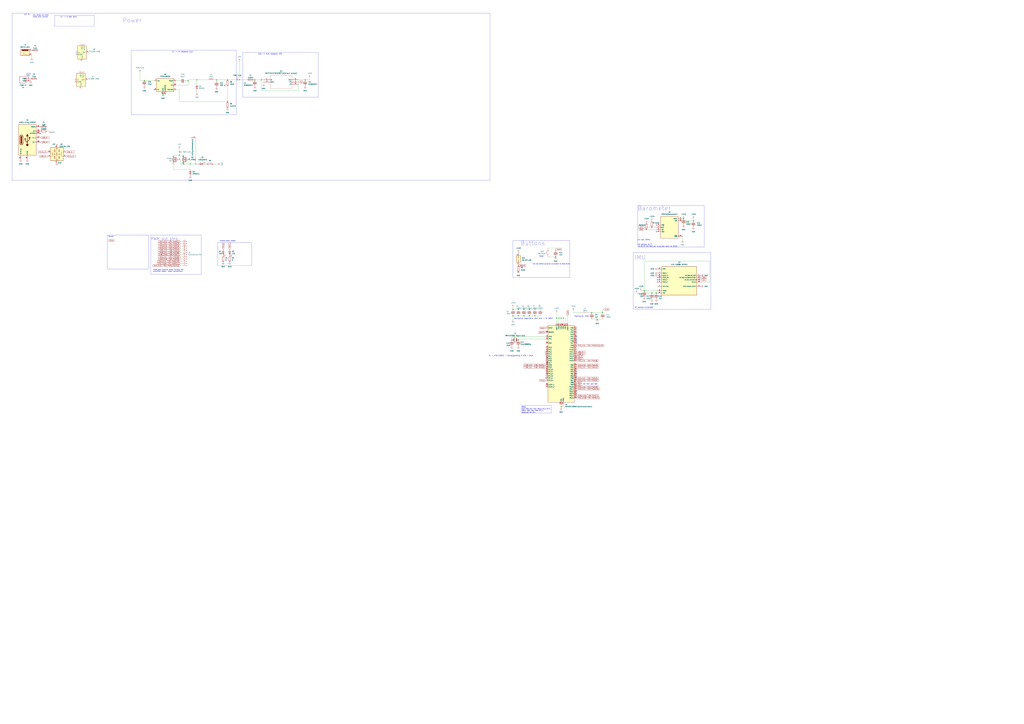
<source format=kicad_sch>
(kicad_sch (version 20230121) (generator eeschema)
  (paper "A0")
  (junction (at 687.07 363.22))
  (junction (at 227.33 190.5))
  (junction (at 648.97 369.57))
  (junction (at 167.64 93.98))
  (junction (at 251.46 92.71))
  (junction (at 750.57 266.7))
  (junction (at 264.16 118.11))
  (junction (at 793.75 254))
  (junction (at 805.18 256.54))
  (junction (at 354.33 92.71))
  (junction (at 614.68 359.41))
  (junction (at 208.28 180.34))
  (junction (at 645.16 298.45))
  (junction (at 762 340.36))
  (junction (at 651.51 472.44))
  (junction (at 693.42 370.84))
  (junction (at 191.77 109.22))
  (junction (at 595.63 359.41))
  (junction (at 748.03 337.82))
  (junction (at 595.63 367.03))
  (junction (at 654.05 369.57))
  (junction (at 303.53 92.71))
  (junction (at 218.44 93.98))
  (junction (at 601.98 367.03))
  (junction (at 189.23 109.22))
  (junction (at 601.98 359.41))
  (junction (at 278.13 92.71))
  (junction (at 213.36 190.5))
  (junction (at 228.6 92.71))
  (junction (at 264.16 92.71))
  (junction (at 621.03 367.03))
  (junction (at 608.33 359.41))
  (junction (at 646.43 369.57))
  (junction (at 614.68 367.03))
  (junction (at 601.98 394.97))
  (junction (at 220.98 190.5))
  (junction (at 295.91 92.71))
  (junction (at 608.33 367.03))
  (junction (at 756.92 340.36))
  (junction (at 208.28 176.53))
  (junction (at 621.03 359.41))
  (junction (at 756.92 264.16))
  (junction (at 275.59 92.71))
  (junction (at 699.77 363.22))
  (junction (at 651.51 369.57))
  (junction (at 594.36 394.97))
  (no_connect (at 46.99 154.94))
  (no_connect (at 669.29 396.24))
  (no_connect (at 669.29 436.88))
  (no_connect (at 762 269.24))
  (no_connect (at 669.29 431.8))
  (no_connect (at 763.27 322.58))
  (no_connect (at 633.73 408.94))
  (no_connect (at 179.07 104.14))
  (no_connect (at 763.27 327.66))
  (no_connect (at 762 261.62))
  (no_connect (at 669.29 393.7))
  (no_connect (at 669.29 457.2))
  (no_connect (at 669.29 398.78))
  (no_connect (at 633.73 411.48))
  (no_connect (at 633.73 439.42))
  (no_connect (at 669.29 391.16))
  (no_connect (at 669.29 454.66))
  (no_connect (at 669.29 434.34))
  (no_connect (at 763.27 325.12))
  (wire (pts (xy 654.05 369.57) (xy 656.59 369.57)))
  (wire (pts (xy 264.16 92.71) (xy 275.59 92.71)))
  (wire (pts (xy 651.51 469.9) (xy 651.51 472.44)))
  (wire (pts (xy 227.33 190.5) (xy 229.87 190.5)))
  (wire (pts (xy 237.49 190.5) (xy 240.03 190.5)))
  (wire (pts (xy 189.23 109.22) (xy 189.23 107.95)))
  (wire (pts (xy 654.05 469.9) (xy 654.05 472.44)))
  (wire (pts (xy 762 264.16) (xy 756.92 264.16)))
  (wire (pts (xy 793.75 254) (xy 792.48 254)))
  (wire (pts (xy 636.27 288.29) (xy 645.16 288.29)))
  (wire (pts (xy 162.56 83.82) (xy 162.56 93.98)))
  (wire (pts (xy 218.44 99.06) (xy 204.47 99.06)))
  (wire (pts (xy 701.04 359.41) (xy 699.77 359.41)))
  (wire (pts (xy 278.13 92.71) (xy 287.02 92.71)))
  (wire (pts (xy 209.55 185.42) (xy 209.55 190.5)))
  (wire (pts (xy 278.13 71.12) (xy 278.13 92.71)))
  (wire (pts (xy 687.07 363.22) (xy 699.77 363.22)))
  (wire (pts (xy 66.04 170.18) (xy 66.04 168.91)))
  (wire (pts (xy 251.46 93.98) (xy 251.46 92.71)))
  (wire (pts (xy 601.98 393.7) (xy 601.98 394.97)))
  (wire (pts (xy 220.98 185.42) (xy 220.98 190.5)))
  (wire (pts (xy 208.28 176.53) (xy 208.28 180.34)))
  (wire (pts (xy 601.98 367.03) (xy 608.33 367.03)))
  (wire (pts (xy 756.92 264.16) (xy 748.03 264.16)))
  (wire (pts (xy 633.73 393.7) (xy 601.98 393.7)))
  (wire (pts (xy 209.55 190.5) (xy 213.36 190.5)))
  (wire (pts (xy 212.09 306.07) (xy 209.55 306.07)))
  (wire (pts (xy 241.3 92.71) (xy 228.6 92.71)))
  (wire (pts (xy 201.93 180.34) (xy 208.28 180.34)))
  (wire (pts (xy 792.48 274.32) (xy 792.48 279.4)))
  (wire (pts (xy 748.03 303.53) (xy 824.23 303.53)))
  (wire (pts (xy 275.59 92.71) (xy 278.13 92.71)))
  (wire (pts (xy 665.48 363.22) (xy 675.64 363.22)))
  (wire (pts (xy 654.05 369.57) (xy 654.05 375.92)))
  (wire (pts (xy 218.44 93.98) (xy 218.44 99.06)))
  (wire (pts (xy 264.16 100.33) (xy 264.16 118.11)))
  (wire (pts (xy 744.22 337.82) (xy 748.03 337.82)))
  (wire (pts (xy 693.42 370.84) (xy 699.77 370.84)))
  (wire (pts (xy 212.09 288.29) (xy 209.55 288.29)))
  (wire (pts (xy 646.43 369.57) (xy 646.43 375.92)))
  (wire (pts (xy 354.33 92.71) (xy 359.41 92.71)))
  (wire (pts (xy 659.13 367.03) (xy 659.13 375.92)))
  (wire (pts (xy 633.73 391.16) (xy 594.36 391.16)))
  (wire (pts (xy 651.51 369.57) (xy 651.51 375.92)))
  (wire (pts (xy 201.93 190.5) (xy 201.93 196.85)))
  (wire (pts (xy 748.03 266.7) (xy 750.57 266.7)))
  (wire (pts (xy 208.28 104.14) (xy 204.47 104.14)))
  (wire (pts (xy 805.18 254) (xy 805.18 256.54)))
  (wire (pts (xy 651.51 369.57) (xy 654.05 369.57)))
  (wire (pts (xy 750.57 266.7) (xy 762 266.7)))
  (wire (pts (xy 646.43 363.22) (xy 646.43 369.57)))
  (wire (pts (xy 212.09 295.91) (xy 209.55 295.91)))
  (wire (pts (xy 264.16 92.71) (xy 251.46 92.71)))
  (wire (pts (xy 36.83 63.5) (xy 36.83 67.31)))
  (wire (pts (xy 215.9 93.98) (xy 218.44 93.98)))
  (wire (pts (xy 208.28 93.98) (xy 204.47 93.98)))
  (wire (pts (xy 247.65 190.5) (xy 252.73 190.5)))
  (wire (pts (xy 748.03 337.82) (xy 748.03 303.53)))
  (wire (pts (xy 212.09 308.61) (xy 209.55 308.61)))
  (wire (pts (xy 651.51 472.44) (xy 651.51 473.71)))
  (wire (pts (xy 228.6 97.79) (xy 228.6 92.71)))
  (wire (pts (xy 645.16 288.29) (xy 645.16 290.83)))
  (wire (pts (xy 303.53 105.41) (xy 346.71 105.41)))
  (wire (pts (xy 621.03 359.41) (xy 627.38 359.41)))
  (wire (pts (xy 346.71 92.71) (xy 354.33 92.71)))
  (wire (pts (xy 212.09 303.53) (xy 209.55 303.53)))
  (wire (pts (xy 208.28 172.72) (xy 208.28 176.53)))
  (wire (pts (xy 212.09 280.67) (xy 209.55 280.67)))
  (wire (pts (xy 614.68 359.41) (xy 621.03 359.41)))
  (wire (pts (xy 167.64 93.98) (xy 179.07 93.98)))
  (wire (pts (xy 601.98 359.41) (xy 608.33 359.41)))
  (wire (pts (xy 220.98 190.5) (xy 227.33 190.5)))
  (wire (pts (xy 824.23 303.53) (xy 824.23 327.66)))
  (wire (pts (xy 665.48 360.68) (xy 665.48 363.22)))
  (wire (pts (xy 295.91 92.71) (xy 303.53 92.71)))
  (wire (pts (xy 648.97 369.57) (xy 648.97 375.92)))
  (wire (pts (xy 594.36 391.16) (xy 594.36 394.97)))
  (wire (pts (xy 654.05 472.44) (xy 651.51 472.44)))
  (wire (pts (xy 251.46 92.71) (xy 248.92 92.71)))
  (wire (pts (xy 208.28 104.14) (xy 208.28 118.11)))
  (wire (pts (xy 303.53 92.71) (xy 306.07 92.71)))
  (wire (pts (xy 303.53 92.71) (xy 303.53 105.41)))
  (wire (pts (xy 614.68 367.03) (xy 621.03 367.03)))
  (wire (pts (xy 762 340.36) (xy 763.27 340.36)))
  (wire (pts (xy 212.09 285.75) (xy 209.55 285.75)))
  (wire (pts (xy 608.33 359.41) (xy 614.68 359.41)))
  (wire (pts (xy 201.93 196.85) (xy 220.98 196.85)))
  (wire (pts (xy 346.71 105.41) (xy 346.71 97.79)))
  (wire (pts (xy 687.07 370.84) (xy 693.42 370.84)))
  (wire (pts (xy 595.63 356.87) (xy 595.63 359.41)))
  (wire (pts (xy 212.09 298.45) (xy 209.55 298.45)))
  (wire (pts (xy 212.09 300.99) (xy 209.55 300.99)))
  (wire (pts (xy 212.09 290.83) (xy 209.55 290.83)))
  (wire (pts (xy 213.36 190.5) (xy 220.98 190.5)))
  (wire (pts (xy 601.98 316.23) (xy 601.98 314.96)))
  (wire (pts (xy 227.33 160.02) (xy 227.33 190.5)))
  (wire (pts (xy 824.23 327.66) (xy 814.07 327.66)))
  (wire (pts (xy 167.64 92.71) (xy 167.64 93.98)))
  (wire (pts (xy 208.28 118.11) (xy 264.16 118.11)))
  (wire (pts (xy 621.03 367.03) (xy 627.38 367.03)))
  (wire (pts (xy 687.07 363.22) (xy 683.26 363.22)))
  (wire (pts (xy 212.09 293.37) (xy 209.55 293.37)))
  (wire (pts (xy 656.59 369.57) (xy 656.59 375.92)))
  (wire (pts (xy 739.14 340.36) (xy 756.92 340.36)))
  (wire (pts (xy 595.63 372.11) (xy 595.63 367.03)))
  (wire (pts (xy 306.07 95.25) (xy 306.07 97.79)))
  (wire (pts (xy 228.6 92.71) (xy 218.44 92.71)))
  (wire (pts (xy 218.44 92.71) (xy 218.44 93.98)))
  (wire (pts (xy 601.98 359.41) (xy 595.63 359.41)))
  (wire (pts (xy 208.28 180.34) (xy 213.36 180.34)))
  (wire (pts (xy 792.48 256.54) (xy 805.18 256.54)))
  (wire (pts (xy 162.56 93.98) (xy 167.64 93.98)))
  (wire (pts (xy 228.6 107.95) (xy 228.6 105.41)))
  (wire (pts (xy 648.97 369.57) (xy 651.51 369.57)))
  (wire (pts (xy 646.43 369.57) (xy 648.97 369.57)))
  (wire (pts (xy 359.41 92.71) (xy 359.41 90.17)))
  (wire (pts (xy 58.42 152.4) (xy 54.61 152.4)))
  (wire (pts (xy 212.09 283.21) (xy 209.55 283.21)))
  (wire (pts (xy 191.77 109.22) (xy 189.23 109.22)))
  (wire (pts (xy 601.98 367.03) (xy 595.63 367.03)))
  (wire (pts (xy 699.77 359.41) (xy 699.77 363.22)))
  (wire (pts (xy 756.92 340.36) (xy 762 340.36)))
  (wire (pts (xy 636.27 298.45) (xy 645.16 298.45)))
  (wire (pts (xy 748.03 337.82) (xy 763.27 337.82)))
  (wire (pts (xy 294.64 92.71) (xy 295.91 92.71)))
  (wire (pts (xy 191.77 107.95) (xy 191.77 109.22)))
  (wire (pts (xy 608.33 367.03) (xy 614.68 367.03)))
  (rectangle (start 252.73 281.94) (end 292.1 308.61))
  (rectangle (start 152.4 58.42) (end 274.32 133.35))
  (rectangle (start 281.94 60.96) (end 369.57 113.03))
  (rectangle (start 13.97 15.24) (end 568.96 209.55))
  (rectangle (start 605.79 471.17) (end 640.08 480.06))
  (rectangle (start 124.46 273.05) (end 172.72 312.42))
  (rectangle (start 595.63 279.4) (end 661.67 322.58))
  (rectangle (start 63.5 17.78) (end 109.22 30.48))
  (rectangle (start 740.41 238.76) (end 817.88 287.02))
  (rectangle (start 175.26 273.05) (end 233.68 318.77))
  (rectangle (start 735.33 293.37) (end 825.5 359.41))
  (text "any amps we need\namps and 12volts " (at 38.1 20.32 0) (effects (font (size 1.27 1.27)) (justify left bottom)))
  (text "PWM out pins. " (at 175.26 279.4 0) (effects (font (size 3 3)) (justify left bottom)))
  (text "12 -> 5v stepdown buck \n" (at 199.39 60.96 0) (effects (font (size 1.27 1.27)) (justify left bottom)))
  (text "filtering for VDDA\n" (at 666.75 368.3 0) (effects (font (size 1.27 1.27)) (justify left bottom)))
  (text "enable boot loader\n" (at 255.27 280.67 0) (effects (font (size 1.27 1.27)) (justify left bottom)))
  (text "I2C adress: b1101000" (at 736.6 358.14 0) (effects (font (size 1.27 1.27)) (justify left bottom)))
  (text "Buttons" (at 604.52 285.75 0) (effects (font (size 5 5)) (justify left bottom)))
  (text "12 -> 5 step down\n" (at 69.85 20.32 0) (effects (font (size 1.27 1.27)) (justify left bottom)))
  (text "\n22.2V \nGND\n" (at 30.48 88.9 0) (effects (font (size 1.27 1.27)) (justify left bottom)))
  (text "IMU\n" (at 736.6 302.26 0) (effects (font (size 5 5)) (justify left bottom)))
  (text "Power\n" (at 142.24 26.67 0) (effects (font (size 5 5)) (justify left bottom)))
  (text "CL = 2*(CL(20pF) - Cstray(guessing 3 pF)) = 34pF\n" (at 567.69 414.02 0) (effects (font (size 1.27 1.27)) (justify left bottom)))
  (text "Buzzer\n" (at 125.73 275.59 0) (effects (font (size 1.27 1.27)) (justify left bottom)))
  (text "12v in. \n" (at 27.94 17.78 0) (effects (font (size 1.27 1.27)) (justify left bottom)))
  (text "Note:" (at 605.79 473.71 0) (effects (font (size 1.27 1.27)) (justify left bottom)))
  (text "i2C SCK and SDA" (at 676.91 447.04 0) (effects (font (size 1.27 1.27)) (justify left bottom)))
  (text "Decoupling Capacitors: 10uF bulk + 5x 100nF\n" (at 596.9 370.84 0) (effects (font (size 1.27 1.27)) (justify left bottom)))
  (text "Reset\n" (at 626.11 298.45 0) (effects (font (size 1.27 1.27)) (justify left bottom)))
  (text "5.5V -> 3.3v stepdown LDO\n" (at 299.72 63.5 0) (effects (font (size 1.27 1.27)) (justify left bottom)))
  (text "Note that channel order follows the \nArduPilot motor  order conventions" (at 177.8 316.23 0) (effects (font (size 1.27 1.27)) (justify left bottom)))
  (text "nrst has internal pullup so we pulldown to reset device\n" (at 618.49 307.34 0) (effects (font (size 1 1)) (justify left bottom)))
  (text "Barometer" (at 740.41 245.11 0) (effects (font (size 5 5)) (justify left bottom)))
  (text "I2C adress: 0x77\n 0x76 (if the SDO pin is pulled-down to GND)." (at 740.41 287.02 0) (effects (font (size 1.27 1.27)) (justify left bottom)))
  (text "clk max 10Mhz\n" (at 740.41 279.4 0) (effects (font (size 1.27 1.27)) (justify left bottom)))
  (text "PA5 PA6 PA7 PA4 PB13 PC2 PC3 \nPB12 PB3 PB4 PB5 PC14 \nreserved for SPI" (at 605.79 480.06 0) (effects (font (size 1.27 1.27)) (justify left bottom)))
  (global_label "TIM8_CH4  TIM8 PWM(6)" (shape input) (at 633.73 426.72 180) (property "Intersheetrefs" "${INTERSHEET_REFS}" (effects hide)))
  (global_label "BOOT0" (shape input) (at 633.73 386.08 180) (property "Intersheetrefs" "${INTERSHEET_REFS}" (effects hide)))
  (global_label "PC15" (shape input) (at 633.73 441.96 180) (property "Intersheetrefs" "${INTERSHEET_REFS}" (effects hide)))
  (global_label "TIM3_CH4  TIM3 PWM(4)" (shape input) (at 669.29 426.72 0) (property "Intersheetrefs" "${INTERSHEET_REFS}" (effects hide)))
  (global_label "TIM8_CH3  TIM8 PWM(5)" (shape input) (at 209.55 290.83 180) (property "Intersheetrefs" "${INTERSHEET_REFS}" (effects hide)))
  (global_label "TIM1_CH1  TIM1 PWM(12)(LED)" (shape input) (at 209.55 308.61 180) (property "Intersheetrefs" "${INTERSHEET_REFS}" (effects hide)))
  (global_label "TIM4_CH2  TIM4 PWM(1)" (shape input) (at 669.29 441.96 0) (property "Intersheetrefs" "${INTERSHEET_REFS}" (effects hide)))
  (global_label "USB_D+" (shape input) (at 55.88 181.61 180) (property "Intersheetrefs" "${INTERSHEET_REFS}" (effects hide)))
  (global_label "SCK" (shape input) (at 748.03 264.16 180) (property "Intersheetrefs" "${INTERSHEET_REFS}" (effects hide)))
  (global_label "3.3A" (shape input) (at 659.13 367.03 90) (property "Intersheetrefs" "${INTERSHEET_REFS}" (effects hide)))
  (global_label "USB_D-" (shape input) (at 669.29 408.94 0) (property "Intersheetrefs" "${INTERSHEET_REFS}" (effects hide)))
  (global_label "TIM3_CH4  TIM3 PWM(4)" (shape input) (at 209.55 288.29 180) (property "Intersheetrefs" "${INTERSHEET_REFS}" (effects hide)))
  (global_label "TIM3_CH3  TIM3 PWM(3)" (shape input) (at 669.29 424.18 0) (property "Intersheetrefs" "${INTERSHEET_REFS}" (effects hide)))
  (global_label "micro_D-" (shape input) (at 76.2 181.61 0) (property "Intersheetrefs" "${INTERSHEET_REFS}" (effects hide)))
  (global_label "TIM2_CH3  TIM2 PWM(9)" (shape input) (at 669.29 449.58 0) (property "Intersheetrefs" "${INTERSHEET_REFS}" (effects hide)))
  (global_label "TIM2_CH1  TIM2 PWM(8)" (shape input) (at 209.55 298.45 180) (property "Intersheetrefs" "${INTERSHEET_REFS}" (effects hide)))
  (global_label "TIM1_CH3N TIM1 PWM(11)" (shape input) (at 209.55 306.07 180) (property "Intersheetrefs" "${INTERSHEET_REFS}" (effects hide)))
  (global_label "USB_D+" (shape input) (at 669.29 411.48 0) (property "Intersheetrefs" "${INTERSHEET_REFS}" (effects hide)))
  (global_label "TIM4_CH2  TIM4 PWM(1)" (shape input) (at 209.55 280.67 180) (property "Intersheetrefs" "${INTERSHEET_REFS}" (effects hide)))
  (global_label "USB_D-" (shape input) (at 76.2 176.53 0) (property "Intersheetrefs" "${INTERSHEET_REFS}" (effects hide)))
  (global_label "TIM4_CH1  TIM4 PWM(2)" (shape input) (at 669.29 439.42 0) (property "Intersheetrefs" "${INTERSHEET_REFS}" (effects hide)))
  (global_label "TIM8_CH2N TIM8 PWM(7)" (shape input) (at 209.55 295.91 180) (property "Intersheetrefs" "${INTERSHEET_REFS}" (effects hide)))
  (global_label "TIM2_CH3  TIM2 PWM(9)" (shape input) (at 209.55 300.99 180) (property "Intersheetrefs" "${INTERSHEET_REFS}" (effects hide)))
  (global_label "USB_D-" (shape input) (at 46.99 160.02 0) (property "Intersheetrefs" "${INTERSHEET_REFS}" (effects hide)))
  (global_label "TIM1_CH3N TIM1 PWM(11)" (shape input) (at 669.29 462.28 0) (property "Intersheetrefs" "${INTERSHEET_REFS}" (effects hide)))
  (global_label "3.3A" (shape input) (at 701.04 359.41 0) (property "Intersheetrefs" "${INTERSHEET_REFS}" (effects hide)))
  (global_label "TIM8_CH3  TIM8 PWM(5)" (shape input) (at 633.73 424.18 180) (property "Intersheetrefs" "${INTERSHEET_REFS}" (effects hide)))
  (global_label "SCK" (shape input) (at 669.29 444.5 0) (property "Intersheetrefs" "${INTERSHEET_REFS}" (effects hide)))
  (global_label "BOOT0" (shape input) (at 601.98 308.61 0) (property "Intersheetrefs" "${INTERSHEET_REFS}" (effects hide)))
  (global_label "USB_D+" (shape input) (at 46.99 165.1 0) (property "Intersheetrefs" "${INTERSHEET_REFS}" (effects hide)))
  (global_label "PA13" (shape input) (at 259.08 289.56 90) (property "Intersheetrefs" "${INTERSHEET_REFS}" (effects hide)))
  (global_label "TIM8_CH2N TIM8 PWM(7)" (shape input) (at 669.29 459.74 0) (property "Intersheetrefs" "${INTERSHEET_REFS}" (effects hide)))
  (global_label "TIM8_CH4  TIM8 PWM(6)" (shape input) (at 209.55 293.37 180) (property "Intersheetrefs" "${INTERSHEET_REFS}" (effects hide)))
  (global_label "SDA" (shape input) (at 669.29 447.04 0) (property "Intersheetrefs" "${INTERSHEET_REFS}" (effects hide)))
  (global_label "PA14" (shape input) (at 266.7 289.56 90) (property "Intersheetrefs" "${INTERSHEET_REFS}" (effects hide)))
  (global_label "SDA" (shape input) (at 814.07 322.58 0) (property "Intersheetrefs" "${INTERSHEET_REFS}" (effects hide)))
  (global_label "SDA" (shape input) (at 748.03 266.7 180) (property "Intersheetrefs" "${INTERSHEET_REFS}" (effects hide)))
  (global_label "PC15" (shape input) (at 133.35 279.4 180) (property "Intersheetrefs" "${INTERSHEET_REFS}" (effects hide)))
  (global_label "micro_D+" (shape input) (at 55.88 176.53 180) (property "Intersheetrefs" "${INTERSHEET_REFS}" (effects hide)))
  (global_label "PG" (shape input) (at 346.71 95.25 0) (property "Intersheetrefs" "${INTERSHEET_REFS}" (effects hide)))
  (global_label "TIM3_CH3  TIM3 PWM(3)" (shape input) (at 209.55 285.75 180) (property "Intersheetrefs" "${INTERSHEET_REFS}" (effects hide)))
  (global_label "TIM4_CH1  TIM4 PWM(2)" (shape input) (at 209.55 283.21 180) (property "Intersheetrefs" "${INTERSHEET_REFS}" (effects hide)))
  (global_label "reset" (shape input) (at 645.16 289.56 0) (property "Intersheetrefs" "${INTERSHEET_REFS}" (effects hide)))
  (global_label "PA13" (shape input) (at 669.29 414.02 0) (property "Intersheetrefs" "${INTERSHEET_REFS}" (effects hide)))
  (global_label "PA14" (shape input) (at 669.29 416.56 0) (property "Intersheetrefs" "${INTERSHEET_REFS}" (effects hide)))
  (global_label "reset" (shape input) (at 633.73 381 180) (property "Intersheetrefs" "${INTERSHEET_REFS}" (effects hide)))
  (global_label "TIM1_CH1  TIM1 PWM(12)(LED)" (shape input) (at 669.29 401.32 0) (property "Intersheetrefs" "${INTERSHEET_REFS}" (effects hide)))
  (global_label "TIM2_CH1  TIM2 PWM(8)" (shape input) (at 669.29 419.1 0) (property "Intersheetrefs" "${INTERSHEET_REFS}" (effects hide)))
  (global_label "TIM2_CH4  TIM2 PWM(10)" (shape input) (at 669.29 452.12 0) (property "Intersheetrefs" "${INTERSHEET_REFS}" (effects hide)))
  (global_label "TIM2_CH4  TIM2 PWM(10)" (shape input) (at 209.55 303.53 180) (property "Intersheetrefs" "${INTERSHEET_REFS}" (effects hide)))
  (global_label "SCL" (shape input) (at 814.07 325.12 0) (property "Intersheetrefs" "${INTERSHEET_REFS}" (effects hide)))
  (symbol (lib_id "Device:Crystal") (at 598.17 394.97 0) (unit 1)
    (property "Reference" "Y1" (at 598.17 387.35 0))
    (property "Value" "8MHz(TODO: figure out)" (at 598.17 389.89 0))
  )
  (symbol (lib_id "Switch:SW_Push") (at 636.27 293.37 90) (unit 1)
    (property "Reference" "SW2" (at 627.38 292.1 90) (effects (justify right)))
    (property "Value" "SW_Push" (at 624.84 294.64 90) (effects (justify right)))
  )
  (symbol (lib_id "power:GND") (at 763.27 320.04 270) (unit 1)
    (property "Reference" "#PWR043" (effects hide))
    (property "Value" "GND" (at 759.46 320.04 90) (effects (justify right)))
  )
  (symbol (lib_id "power:GND") (at 354.33 100.33 0) (unit 1)
    (property "Reference" "#PWR010" (effects hide))
    (property "Value" "GND" (at 354.33 105.41 0))
  )
  (symbol (lib_id "power:GND") (at 252.73 190.5 90) (unit 1)
    (property "Reference" "#PWR011" (effects hide))
    (property "Value" "GND" (at 257.81 190.5 0))
  )
  (symbol (lib_id "power:GND") (at 220.98 204.47 0) (unit 1)
    (property "Reference" "#PWR018" (effects hide))
    (property "Value" "GND" (at 220.98 209.55 0))
  )
  (symbol (lib_id "power:GND") (at 266.7 304.8 0) (unit 1)
    (property "Reference" "#PWR030" (effects hide))
    (property "Value" "GND" (at 266.7 309.88 0))
  )
  (symbol (lib_id "Device:LED") (at 233.68 190.5 180) (unit 1)
    (property "Reference" "D1" (at 235.2675 182.88 0))
    (property "Value" "LED(green)" (at 235.2675 185.42 0))
  )
  (symbol (lib_id "power:GND") (at 601.98 402.59 0) (unit 1)
    (property "Reference" "#PWR026" (effects hide))
    (property "Value" "GND" (at 601.98 407.67 0))
  )
  (symbol (lib_id "Device:C") (at 621.03 363.22 0) (unit 1)
    (property "Reference" "C7" (at 618.49 355.6 0) (effects (justify left)))
    (property "Value" "100nF" (at 618.49 358.14 0) (effects (justify left)))
  )
  (symbol (lib_id "power:GND") (at 601.98 314.96 0) (unit 1)
    (property "Reference" "#PWR028" (effects hide))
    (property "Value" "GND" (at 601.98 320.04 0))
  )
  (symbol (lib_id "power:GND") (at 594.36 402.59 0) (unit 1)
    (property "Reference" "#PWR025" (effects hide))
    (property "Value" "GND" (at 594.36 407.67 0))
  )
  (symbol (lib_id "Power_Management:LTC4359-MS8") (at 93.98 92.71 0) (unit 1)
    (property "Reference" "U7" (at 107.95 89.0621 0))
    (property "Value" "LTC4359-MS8" (at 107.95 91.6021 0))
    (property "Footprint" "Package_SO:MSOP-8_3x3mm_P0.65mm" (effects hide))
    (property "Datasheet" "https://www.analog.com/media/en/technical-documentation/data-sheets/ltc4359.pdf" (effects hide))
  )
  (symbol (lib_id "Device:R") (at 259.08 300.99 0) (unit 1)
    (property "Reference" "R4" (at 261.62 299.72 0) (effects (justify left)))
    (property "Value" "R" (at 261.62 302.26 0) (effects (justify left)))
  )
  (symbol (lib_id "Device:C") (at 251.46 97.79 0) (unit 1)
    (property "Reference" "C21" (at 255.27 96.52 0) (effects (justify left)))
    (property "Value" "220 uF" (at 255.27 99.06 0) (effects (justify left)))
  )
  (symbol (lib_id "power:GND") (at 693.42 370.84 0) (unit 1)
    (property "Reference" "#PWR017" (effects hide))
    (property "Value" "GND" (at 693.42 375.92 0))
  )
  (symbol (lib_id "power:+3.3V") (at 744.22 337.82 0) (unit 1)
    (property "Reference" "#PWR038" (effects hide))
    (property "Value" "+3.3V" (at 744.22 332.74 0))
  )
  (symbol (lib_id "NCP164CSN330T1G:NCP164CSN330T1G") (at 306.07 92.71 0) (unit 1)
    (property "Reference" "U4" (at 326.39 82.55 0) (effects (font (size 1.524 1.524))))
    (property "Value" "NCP164CSN330T1G(more amps)" (at 326.39 85.09 0) (effects (font (size 1.524 1.524))))
    (property "Footprint" "FP-NCP164CSN330T1G_OSI" (effects hide))
    (property "Datasheet" "NCP164CSN330T1G" (effects hide))
  )
  (symbol (lib_id "power:GND") (at 805.18 264.16 0) (unit 1)
    (property "Reference" "#PWR034" (effects hide))
    (property "Value" "GND" (at 805.18 269.24 0))
  )
  (symbol (lib_id "Connector:Barrel_Jack") (at 29.21 60.96 0) (unit 1)
    (property "Reference" "J1" (at 29.21 52.07 0))
    (property "Value" "Barrel_Jack" (at 29.21 54.61 0))
  )
  (symbol (lib_id "power:+3.3V") (at 805.18 254 0) (unit 1)
    (property "Reference" "#PWR033" (effects hide))
    (property "Value" "+3.3V" (at 805.18 248.92 0))
  )
  (symbol (lib_id "power:+3.3V") (at 359.41 90.17 0) (unit 1)
    (property "Reference" "#PWR07" (effects hide))
    (property "Value" "+3.3V" (at 359.41 85.09 0))
  )
  (symbol (lib_id "power:+3.3V") (at 793.75 254 0) (unit 1)
    (property "Reference" "#PWR020" (effects hide))
    (property "Value" "+3.3V" (at 793.75 248.92 0))
  )
  (symbol (lib_id "DPS310:DPS310") (at 777.24 264.16 0) (unit 1)
    (property "Reference" "U3" (at 777.24 246.38 0))
    (property "Value" "DPS310(barometer)" (at 777.24 248.92 0))
    (property "Footprint" "DPS310:XDCR_DPS310" (effects hide))
    (property "MF" "Infineon Technologies" (effects hide))
    (property "DESCRIPTION" "The DPS310 is a miniaturized Digital Barometric Air Pressure Sensor with a high accuracy and a low current consumption, capable of measuring both pressure and temperature." (effects hide))
    (property "PACKAGE" "VFLGA-8 Infineon Technologies" (effects hide))
    (property "PRICE" "None" (effects hide))
    (property "Package" "VFLGA-8 Infineon Technologies" (effects hide))
    (property "Check_prices" "https://www.snapeda.com/parts/DPS310/Infineon+Technologies/view-part/?ref=eda" (effects hide))
    (property "Price" "None" (effects hide))
    (property "SnapEDA_Link" "https://www.snapeda.com/parts/DPS310/Infineon+Technologies/view-part/?ref=snap" (effects hide))
    (property "MP" "DPS310" (effects hide))
    (property "Purchase-URL" "https://www.snapeda.com/api/url_track_click_mouser/?unipart_id=2598356&manufacturer=Infineon Technologies&part_name=DPS310&search_term=dps310" (effects hide))
    (property "Availability" "In Stock" (effects hide))
    (property "AVAILABILITY" "Unavailable" (effects hide))
    (property "Description" "\nPressure Sensor 4.35PSI ~ 17.4PSI (30kPa ~ 120kPa) Vented Gauge - 24 b 8-VFLGA\n" (effects hide))
  )
  (symbol (lib_id "Device:D_Schottky") (at 228.6 101.6 270) (unit 1)
    (property "Reference" "D5" (at 231.14 100.0125 90) (effects (justify left)))
    (property "Value" "B340A" (at 231.14 102.5525 90) (effects (justify left)))
  )
  (symbol (lib_id "Simulation_SPICE:PMOS") (at 204.47 185.42 0) (mirror y) (unit 1)
    (property "Reference" "Q1" (at 199.39 186.69 0) (effects (justify left)))
    (property "Value" "PMOS" (at 199.39 184.15 0) (effects (justify left)))
    (property "Datasheet" "https://ngspice.sourceforge.io/docs/ngspice-manual.pdf" (effects hide))
    (property "Sim.Device" "PMOS" (effects hide))
    (property "Sim.Type" "VDMOS" (effects hide))
    (property "Sim.Pins" "1=D 2=G 3=S" (effects hide))
  )
  (symbol (lib_id "power:GND") (at 264.16 125.73 0) (unit 1)
    (property "Reference" "#PWR050" (effects hide))
    (property "Value" "GND" (at 264.16 130.81 0))
  )
  (symbol (lib_id "Device:C") (at 601.98 363.22 0) (unit 1)
    (property "Reference" "C4" (at 599.44 355.6 0) (effects (justify left)))
    (property "Value" "100nF" (at 599.44 358.14 0) (effects (justify left)))
  )
  (symbol (lib_id "Connector:Conn_01x01_Pin") (at 222.25 160.02 0) (unit 1)
    (property "Reference" "J1(inputfrombattery)" (at 223.52 161.29 90) (effects (justify right)))
    (property "Value" "Conn_01x01_Pin" (effects hide))
  )
  (symbol (lib_id "power:GND") (at 763.27 317.5 270) (unit 1)
    (property "Reference" "#PWR037" (effects hide))
    (property "Value" "GND" (at 759.46 317.5 90) (effects (justify right)))
  )
  (symbol (lib_id "power:GND") (at 763.27 312.42 270) (unit 1)
    (property "Reference" "#PWR02" (effects hide))
    (property "Value" "GND" (at 759.46 312.42 90) (effects (justify right)))
  )
  (symbol (lib_id "Power_Protection:USBLC6-2P6") (at 66.04 179.07 0) (unit 1)
    (property "Reference" "U5" (at 69.85 167.64 0) (effects (justify left)))
    (property "Value" "USBLC6-2P6" (at 68.58 170.18 0) (effects (justify left)))
    (property "Footprint" "Package_TO_SOT_SMD:SOT-666" (effects hide))
    (property "Datasheet" "https://www.st.com/resource/en/datasheet/usblc6-2.pdf" (effects hide))
  )
  (symbol (lib_id "power:GND") (at 295.91 100.33 0) (unit 1)
    (property "Reference" "#PWR09" (effects hide))
    (property "Value" "GND" (at 295.91 105.41 0))
  )
  (symbol (lib_id "Device:C") (at 748.03 341.63 0) (unit 1)
    (property "Reference" "C18" (at 741.68 341.63 0) (effects (justify left)))
    (property "Value" "10nF" (at 742.95 344.17 0) (effects (justify left)))
  )
  (symbol (lib_id "power:GND") (at 814.07 332.74 90) (unit 1)
    (property "Reference" "#PWR045" (effects hide))
    (property "Value" "GND" (at 817.88 332.74 90) (effects (justify right)))
  )
  (symbol (lib_id "Device:R") (at 243.84 190.5 90) (unit 1)
    (property "Reference" "R2" (at 243.84 186.69 90))
    (property "Value" "~" (at 243.84 186.69 90))
  )
  (symbol (lib_id "power:PWR_FLAG") (at 208.28 176.53 270) (unit 1)
    (property "Reference" "#FLG01" (effects hide))
    (property "Value" "PWR_FLAG" (at 212.09 176.53 90) (effects (justify left)))
  )
  (symbol (lib_id "Device:C") (at 756.92 344.17 0) (unit 1)
    (property "Reference" "C17" (at 750.57 344.17 0) (effects (justify left)))
    (property "Value" "2.2uF" (at 750.57 346.71 0) (effects (justify left)))
  )
  (symbol (lib_id "power:+3.3V") (at 646.43 363.22 0) (unit 1)
    (property "Reference" "#PWR013" (effects hide))
    (property "Value" "+3.3V" (at 646.43 358.14 0))
  )
  (symbol (lib_id "power:+5V") (at 66.04 170.18 0) (unit 1)
    (property "Reference" "#PWR021" (effects hide))
    (property "Value" "+5V" (at 62.23 167.64 0))
  )
  (symbol (lib_id "power:GND") (at 251.46 101.6 0) (unit 1)
    (property "Reference" "#PWR052" (effects hide))
    (property "Value" "GND" (at 251.46 106.68 0))
  )
  (symbol (lib_id "Device:C") (at 793.75 257.81 0) (unit 1)
    (property "Reference" "C10" (at 796.29 257.81 0) (effects (justify left)))
    (property "Value" "100nF" (at 796.29 260.35 0) (effects (justify left)))
  )
  (symbol (lib_id "power:GND") (at 228.6 107.95 0) (unit 1)
    (property "Reference" "#PWR051" (effects hide))
    (property "Value" "GND" (at 228.6 113.03 0))
  )
  (symbol (lib_id "Device:R") (at 264.16 96.52 0) (unit 1)
    (property "Reference" "R8" (at 266.7 95.25 0) (effects (justify left)))
    (property "Value" "10kΩ" (at 266.7 97.79 0) (effects (justify left)))
  )
  (symbol (lib_id "power:GND") (at 35.56 93.98 0) (unit 1)
    (property "Reference" "#PWR047" (effects hide))
    (property "Value" "GND" (at 35.56 99.06 0))
  )
  (symbol (lib_id "power:GND") (at 58.42 152.4 0) (unit 1)
    (property "Reference" "#PWR03" (effects hide))
    (property "Value" "GND" (at 59.69 153.67 0) (effects (justify left)))
  )
  (symbol (lib_id "power:GND") (at 748.03 345.44 0) (unit 1)
    (property "Reference" "#PWR042" (effects hide))
    (property "Value" "GND" (at 748.03 350.52 0))
  )
  (symbol (lib_id "power:GND") (at 36.83 67.31 0) (unit 1)
    (property "Reference" "#PWR046" (effects hide))
    (property "Value" "GND" (at 36.83 72.39 0))
  )
  (symbol (lib_id "Device:R") (at 750.57 262.89 0) (unit 1)
    (property "Reference" "R6" (at 741.68 261.62 0) (effects (justify left)))
    (property "Value" "10kΩ" (at 744.22 261.62 0) (effects (justify left)))
  )
  (symbol (lib_id "power:+3.3V") (at 750.57 259.08 0) (unit 1)
    (property "Reference" "#PWR035" (effects hide))
    (property "Value" "+3.3V" (at 750.57 254 0))
  )
  (symbol (lib_id "Device:C") (at 608.33 363.22 0) (unit 1)
    (property "Reference" "C5" (at 605.79 355.6 0) (effects (justify left)))
    (property "Value" "100nF" (at 605.79 358.14 0) (effects (justify left)))
  )
  (symbol (lib_id "power:GND") (at 24.13 185.42 0) (unit 1)
    (property "Reference" "#PWR04" (effects hide))
    (property "Value" "GND" (at 24.13 190.5 0))
  )
  (symbol (lib_id "Device:C") (at 627.38 363.22 0) (unit 1)
    (property "Reference" "C8" (at 624.84 355.6 0) (effects (justify left)))
    (property "Value" "100nF" (at 624.84 358.14 0) (effects (justify left)))
  )
  (symbol (lib_id "Device:R") (at 601.98 312.42 0) (unit 1)
    (property "Reference" "R3" (at 604.52 311.15 0) (effects (justify left)))
    (property "Value" "10kΩ" (at 604.52 313.69 0) (effects (justify left)))
  )
  (symbol (lib_id "power:GND") (at 793.75 261.62 0) (unit 1)
    (property "Reference" "#PWR023" (effects hide))
    (property "Value" "GND" (at 793.75 266.7 0))
  )
  (symbol (lib_id "Device:C") (at 594.36 398.78 0) (unit 1)
    (property "Reference" "C13" (at 588.01 398.78 0) (effects (justify left)))
    (property "Value" "34pF" (at 588.01 401.32 0) (effects (justify left)))
  )
  (symbol (lib_id "power:GND") (at 762 347.98 0) (unit 1)
    (property "Reference" "#PWR041" (effects hide))
    (property "Value" "GND" (at 762 353.06 0))
  )
  (symbol (lib_id "Device:L_Iron") (at 245.11 92.71 90) (unit 1)
    (property "Reference" "L2" (at 245.11 86.36 90))
    (property "Value" "15uH" (at 245.11 88.9 90))
  )
  (symbol (lib_id "Device:C") (at 645.16 294.64 0) (unit 1)
    (property "Reference" "C12" (at 648.97 293.37 0) (effects (justify left)))
    (property "Value" ".1uF" (at 648.97 295.91 0) (effects (justify left)))
  )
  (symbol (lib_id "Device:R") (at 266.7 300.99 0) (unit 1)
    (property "Reference" "R5" (at 269.24 299.72 0) (effects (justify left)))
    (property "Value" "R" (at 269.24 302.26 0) (effects (justify left)))
  )
  (symbol (lib_id "Device:LED") (at 266.7 293.37 90) (unit 1)
    (property "Reference" "D2" (at 269.24 292.1 90) (effects (justify right)))
    (property "Value" "LED" (at 269.24 294.64 90) (effects (justify right)))
  )
  (symbol (lib_id "Connector:USB_C_Plug_USB2.0") (at 31.75 162.56 0) (unit 1)
    (property "Reference" "P2" (at 31.75 139.7 0))
    (property "Value" "USB_C_Plug_USB2.0" (at 31.75 142.24 0))
    (property "Datasheet" "https://www.usb.org/sites/default/files/documents/usb_type-c.zip" (effects hide))
  )
  (symbol (lib_id "Device:Fuse") (at 50.8 147.32 90) (unit 1)
    (property "Reference" "F4" (at 50.8 142.24 90))
    (property "Value" "Fuse" (at 50.8 144.78 90))
  )
  (symbol (lib_id "Device:Fuse") (at 40.64 58.42 90) (unit 1)
    (property "Reference" "F2" (at 40.64 53.34 90))
    (property "Value" "Fuse" (at 40.64 55.88 90))
  )
  (symbol (lib_id "Device:C") (at 699.77 367.03 0) (unit 1)
    (property "Reference" "C11" (at 703.58 365.76 0) (effects (justify left)))
    (property "Value" "100nF" (at 703.58 368.3 0) (effects (justify left)))
  )
  (symbol (lib_id "Simulation_SPICE:NMOS") (at 215.9 185.42 180) (unit 1)
    (property "Reference" "Q2" (at 224.79 182.88 0) (effects (justify left)))
    (property "Value" "NMOS" (at 227.33 185.42 0) (effects (justify left)))
    (property "Datasheet" "https://ngspice.sourceforge.io/docs/ngspice-manual.pdf" (effects hide))
    (property "Sim.Device" "NMOS" (effects hide))
    (property "Sim.Type" "VDMOS" (effects hide))
    (property "Sim.Pins" "1=D 2=G 3=S" (effects hide))
  )
  (symbol (lib_id "power:+3.3V") (at 601.98 293.37 0) (unit 1)
    (property "Reference" "#PWR027" (effects hide))
    (property "Value" "+3.3V" (at 601.98 288.29 0))
  )
  (symbol (lib_id "power:+3.3V") (at 665.48 360.68 0) (unit 1)
    (property "Reference" "#PWR016" (effects hide))
    (property "Value" "+3.3V" (at 665.48 355.6 0))
  )
  (symbol (lib_id "Device:LED") (at 259.08 293.37 90) (unit 1)
    (property "Reference" "D4" (at 254 292.1 90) (effects (justify right)))
    (property "Value" "LED" (at 254 294.64 90) (effects (justify right)))
  )
  (symbol (lib_id "power:GND") (at 167.64 100.33 0) (unit 1)
    (property "Reference" "#PWR049" (effects hide))
    (property "Value" "GND" (at 167.64 105.41 0))
  )
  (symbol (lib_id "power:GND") (at 259.08 304.8 0) (unit 1)
    (property "Reference" "#PWR029" (effects hide))
    (property "Value" "GND" (at 259.08 309.88 0))
  )
  (symbol (lib_id "power:PWR_FLAG") (at 275.59 92.71 0) (unit 1)
    (property "Reference" "#FLG03" (effects hide))
    (property "Value" "PWR_FLAG" (at 275.59 87.63 0))
  )
  (symbol (lib_id "XT60-M:XT60-M") (at 30.48 93.98 0) (mirror y) (unit 1)
    (property "Reference" "J4" (at 26.67 101.6 0))
    (property "Value" "XT60-M" (at 26.67 99.06 0))
    (property "Footprint" "XT60-M:AMASS_XT60-M" (effects hide))
    (property "MF" "AMASS" (effects hide))
    (property "MAXIMUM_PACKAGE_HEIGHT" "16.00 mm" (effects hide))
    (property "Package" "Package" (effects hide))
    (property "Price" "None" (effects hide))
    (property "Check_prices" "https://www.snapeda.com/parts/XT60-M/AMASS/view-part/?ref=eda" (effects hide))
    (property "STANDARD" "IPC 7351B" (effects hide))
    (property "PARTREV" "V1.2" (effects hide))
    (property "SnapEDA_Link" "https://www.snapeda.com/parts/XT60-M/AMASS/view-part/?ref=snap" (effects hide))
    (property "MP" "XT60-M" (effects hide))
    (property "Description" "\nPlug; DC supply; XT60; male; PIN: 2; for cable; soldered; 30A; 500V\n" (effects hide))
    (property "Availability" "Not in stock" (effects hide))
    (property "MANUFACTURER" "AMASS" (effects hide))
  )
  (symbol (lib_id "Device:L") (at 679.45 363.22 90) (unit 1)
    (property "Reference" "L1" (at 679.45 358.14 90))
    (property "Value" "39nH" (at 679.45 360.68 90))
  )
  (symbol (lib_id "power:GND") (at 306.07 97.79 0) (unit 1)
    (property "Reference" "#PWR08" (effects hide))
    (property "Value" "GND" (at 306.07 102.87 0))
  )
  (symbol (lib_id "Device:C") (at 805.18 260.35 0) (unit 1)
    (property "Reference" "C15" (at 808.99 259.08 0) (effects (justify left)))
    (property "Value" "100nF" (at 808.99 261.62 0) (effects (justify left)))
  )
  (symbol (lib_id "Device:C") (at 212.09 93.98 270) (unit 1)
    (property "Reference" "C19" (at 212.09 86.36 90))
    (property "Value" ".01uF" (at 212.09 88.9 90))
  )
  (symbol (lib_id "power:GND") (at 814.07 320.04 90) (unit 1)
    (property "Reference" "#PWR044" (effects hide))
    (property "Value" "GND" (at 817.88 320.04 90) (effects (justify right)))
  )
  (symbol (lib_id "Device:C") (at 167.64 96.52 0) (unit 1)
    (property "Reference" "C20" (at 171.45 95.25 0) (effects (justify left)))
    (property "Value" "10uF" (at 171.45 97.79 0) (effects (justify left)))
  )
  (symbol (lib_id "Device:Fuse") (at 290.83 92.71 90) (unit 1)
    (property "Reference" "F1" (at 290.83 87.63 90))
    (property "Value" "120mA" (at 290.83 90.17 90))
  )
  (symbol (lib_id "Device:C") (at 601.98 398.78 0) (unit 1)
    (property "Reference" "C14" (at 604.52 397.51 0) (effects (justify left)))
    (property "Value" "34pF(0805s)" (at 604.52 400.05 0) (effects (justify left)))
  )
  (symbol (lib_id "Switch:SW_DIP_x01") (at 601.98 300.99 90) (unit 1)
    (property "Reference" "SW1" (at 605.79 299.72 90) (effects (justify right)))
    (property "Value" "SW_DIP_x01" (at 605.79 302.26 90) (effects (justify right)))
  )
  (symbol (lib_id "Device:C") (at 614.68 363.22 0) (unit 1)
    (property "Reference" "C6" (at 612.14 355.6 0) (effects (justify left)))
    (property "Value" "100nF" (at 612.14 358.14 0) (effects (justify left)))
  )
  (symbol (lib_id "power:+5V") (at 208.28 172.72 0) (unit 1)
    (property "Reference" "#PWR01" (effects hide))
    (property "Value" "+5V" (at 208.28 167.64 0))
  )
  (symbol (lib_id "power:+5V") (at 278.13 71.12 0) (unit 1)
    (property "Reference" "#PWR05" (effects hide))
    (property "Value" "+5V" (at 278.13 66.04 0))
  )
  (symbol (lib_id "Device:C") (at 687.07 367.03 0) (unit 1)
    (property "Reference" "C9" (at 690.88 365.76 0) (effects (justify left)))
    (property "Value" "1uF" (at 690.88 368.3 0) (effects (justify left)))
  )
  (symbol (lib_id "power:GND") (at 595.63 372.11 0) (unit 1)
    (property "Reference" "#PWR015" (effects hide))
    (property "Value" "GND" (at 595.63 377.19 0))
  )
  (symbol (lib_id "Device:Fuse") (at 39.37 91.44 90) (unit 1)
    (property "Reference" "F3" (at 39.37 86.36 90))
    (property "Value" "Fuse" (at 39.37 88.9 90))
  )
  (symbol (lib_id "power:+3.3V") (at 756.92 256.54 0) (unit 1)
    (property "Reference" "#PWR036" (effects hide))
    (property "Value" "+3.3V" (at 756.92 251.46 0))
  )
  (symbol (lib_id "Device:R") (at 50.8 152.4 90) (unit 1)
    (property "Reference" "R1" (at 50.8 146.05 90))
    (property "Value" "5100Ω" (at 50.8 149.86 90))
  )
  (symbol (lib_id "power:+3.3V") (at 595.63 356.87 0) (unit 1)
    (property "Reference" "#PWR014" (effects hide))
    (property "Value" "+3.3V" (at 595.63 351.79 0))
  )
  (symbol (lib_id "power:PWR_FLAG") (at 162.56 83.82 0) (unit 1)
    (property "Reference" "#FLG02" (effects hide))
    (property "Value" "PWR_FLAG" (at 162.56 78.74 0))
  )
  (symbol (lib_id "Connector:Conn_01x12_Pin") (at 217.17 295.91 180) (unit 1)
    (property "Reference" "J3" (at 218.44 293.37 0) (effects (justify right)))
    (property "Value" "Conn_01x12_Pin" (at 218.44 295.91 0) (effects (justify right)))
  )
  (symbol (lib_id "power:GND") (at 31.75 185.42 0) (unit 1)
    (property "Reference" "#PWR06" (effects hide))
    (property "Value" "GND" (at 31.75 190.5 0))
  )
  (symbol (lib_id "power:GND") (at 66.04 189.23 0) (unit 1)
    (property "Reference" "#PWR022" (effects hide))
    (property "Value" "GND" (at 67.31 189.23 0) (effects (justify left)))
  )
  (symbol (lib_id "Diode:ESD5Zxx") (at 220.98 200.66 270) (unit 1)
    (property "Reference" "D3" (at 223.52 199.39 90) (effects (justify left)))
    (property "Value" "ESD5Zxx" (at 223.52 201.93 90) (effects (justify left)))
    (property "Footprint" "Diode_SMD:D_SOD-523" (effects hide))
    (property "Datasheet" "https://www.onsemi.com/pdf/datasheet/esd5z2.5t1-d.pdf" (effects hide))
  )
  (symbol (lib_id "ICM-42688-P:ICM-42688-P") (at 788.67 327.66 180) (unit 1)
    (property "Reference" "U2" (at 788.67 304.8 0))
    (property "Value" "ICM-42688-P(IMU)" (at 788.67 307.34 0))
    (property "Footprint" "ICM-42688-P:PQFN50P300X250X97-14N" (effects hide))
    (property "MF" "TDK InvenSense" (effects hide))
    (property "MAXIMUM_PACKAGE_HEIGHT" "0.97mm" (effects hide))
    (property "Package" "LGA-14 TDK InvenSense" (effects hide))
    (property "Price" "None" (effects hide))
    (property "Check_prices" "https://www.snapeda.com/parts/ICM-42688-P/TDK+InvenSense/view-part/?ref=eda" (effects hide))
    (property "STANDARD" "IPC-7351B" (effects hide))
    (property "PARTREV" "1.2" (effects hide))
    (property "SnapEDA_Link" "https://www.snapeda.com/parts/ICM-42688-P/TDK+InvenSense/view-part/?ref=snap" (effects hide))
    (property "MP" "ICM-42688-P" (effects hide))
    (property "Purchase-URL" "https://www.snapeda.com/api/url_track_click_mouser/?unipart_id=4791856&manufacturer=TDK InvenSense&part_name=ICM-42688-P&search_term=None" (effects hide))
    (property "Description" "\nAccelerometer, Gyroscope, 6 Axis Sensor - Output\n" (effects hide))
    (property "Availability" "In Stock" (effects hide))
    (property "MANUFACTURER" "TDK InvenSense" (effects hide))
  )
  (symbol (lib_id "Device:R") (at 264.16 121.92 0) (unit 1)
    (property "Reference" "R9" (at 266.7 120.65 0) (effects (justify left)))
    (property "Value" "3.24kΩ" (at 266.7 123.19 0) (effects (justify left)))
  )
  (symbol (lib_id "Device:C") (at 354.33 96.52 0) (unit 1)
    (property "Reference" "C2" (at 358.14 95.25 0) (effects (justify left)))
    (property "Value" "0.000001F" (at 358.14 97.79 0) (effects (justify left)))
  )
  (symbol (lib_id "Device:R") (at 756.92 260.35 0) (unit 1)
    (property "Reference" "R7" (at 758.19 259.08 0) (effects (justify left)))
    (property "Value" "10kΩ" (at 760.73 259.08 0) (effects (justify left)))
  )
  (symbol (lib_id "power:+3.3V") (at 739.14 340.36 0) (unit 1)
    (property "Reference" "#PWR039" (effects hide))
    (property "Value" "+3.3V" (at 739.14 335.28 0))
  )
  (symbol (lib_id "power:GND") (at 189.23 109.22 0) (unit 1)
    (property "Reference" "#PWR048" (effects hide))
    (property "Value" "GND" (at 189.23 114.3 0))
  )
  (symbol (lib_id "Regulator_Switching:TPS5430DDA") (at 191.77 99.06 0) (unit 1)
    (property "Reference" "U6" (at 191.77 86.36 0))
    (property "Value" "TPS5430DDA" (at 191.77 88.9 0))
    (property "Footprint" "Package_SO:TI_SO-PowerPAD-8_ThermalVias" (effects hide))
    (property "Datasheet" "http://www.ti.com/lit/ds/symlink/tps5430.pdf" (effects hide))
  )
  (symbol (lib_id "Device:C") (at 762 344.17 0) (unit 1)
    (property "Reference" "C16" (at 764.54 344.17 0) (effects (justify left)))
    (property "Value" ".1uF" (at 764.54 346.71 0) (effects (justify left)))
  )
  (symbol (lib_id "MCU_ST_STM32F4:STM32F405RGTx") (at 651.51 424.18 0) (unit 1)
    (property "Reference" "U1" (at 656.2441 469.9 0) (effects (justify left)))
    (property "Value" "STM32F405RGTx(microcontroler)" (at 656.2441 472.44 0) (effects (justify left)))
    (property "Footprint" "Package_QFP:LQFP-64_10x10mm_P0.5mm" (effects hide))
    (property "Datasheet" "https://www.st.com/resource/en/datasheet/stm32f405rg.pdf" (effects hide))
  )
  (symbol (lib_id "power:GND") (at 645.16 298.45 0) (unit 1)
    (property "Reference" "#PWR024" (effects hide))
    (property "Value" "GND" (at 645.16 303.53 0))
  )
  (symbol (lib_id "power:GND") (at 756.92 347.98 0) (unit 1)
    (property "Reference" "#PWR040" (effects hide))
    (property "Value" "GND" (at 756.92 353.06 0))
  )
  (symbol (lib_id "Device:C") (at 595.63 363.22 0) (unit 1)
    (property "Reference" "C3" (at 588.01 361.95 0) (effects (justify left)))
    (property "Value" "10uF" (at 588.01 364.49 0) (effects (justify left)))
  )
  (symbol (lib_id "power:GND") (at 792.48 279.4 0) (unit 1)
    (property "Reference" "#PWR019" (effects hide))
    (property "Value" "GND" (at 792.48 284.48 0))
  )
  (symbol (lib_id "Power_Management:LTC4359-MS8") (at 95.25 60.96 0) (unit 1)
    (property "Reference" "U8" (at 109.22 57.3121 0))
    (property "Value" "LTC4359-MS8" (at 109.22 59.8521 0))
    (property "Footprint" "Package_SO:MSOP-8_3x3mm_P0.65mm" (effects hide))
    (property "Datasheet" "https://www.analog.com/media/en/technical-documentation/data-sheets/ltc4359.pdf" (effects hide))
  )
  (symbol (lib_id "power:GND") (at 651.51 473.71 0) (unit 1)
    (property "Reference" "#PWR012" (effects hide))
    (property "Value" "GND" (at 651.51 478.79 0))
  )
  (symbol (lib_id "Device:C") (at 295.91 96.52 0) (unit 1)
    (property "Reference" "C1" (at 283.21 96.52 0) (effects (justify left)))
    (property "Value" "0.000001F" (at 283.21 99.06 0) (effects (justify left)))
  )
)
</source>
